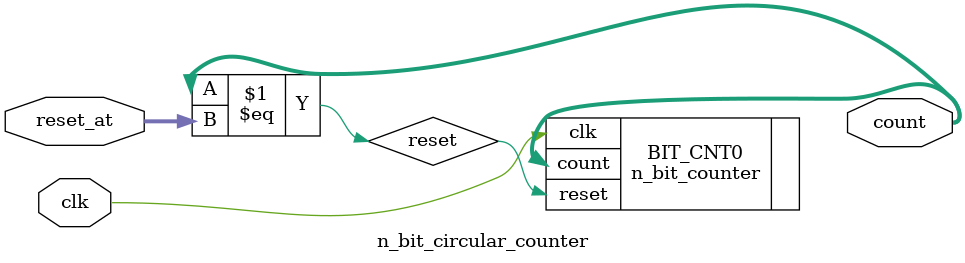
<source format=v>
module n_bit_circular_counter
#(
    parameter BIT_COUNT = 6
)
(
    input [BIT_COUNT-1:0] reset_at,
    input clk,
    output [BIT_COUNT-1:0] count
);

assign reset = count == reset_at;

n_bit_counter #(.BIT_COUNT(BIT_COUNT)) BIT_CNT0(
        .clk(clk),
        .reset(reset),
        .count(count)
);


endmodule
</source>
